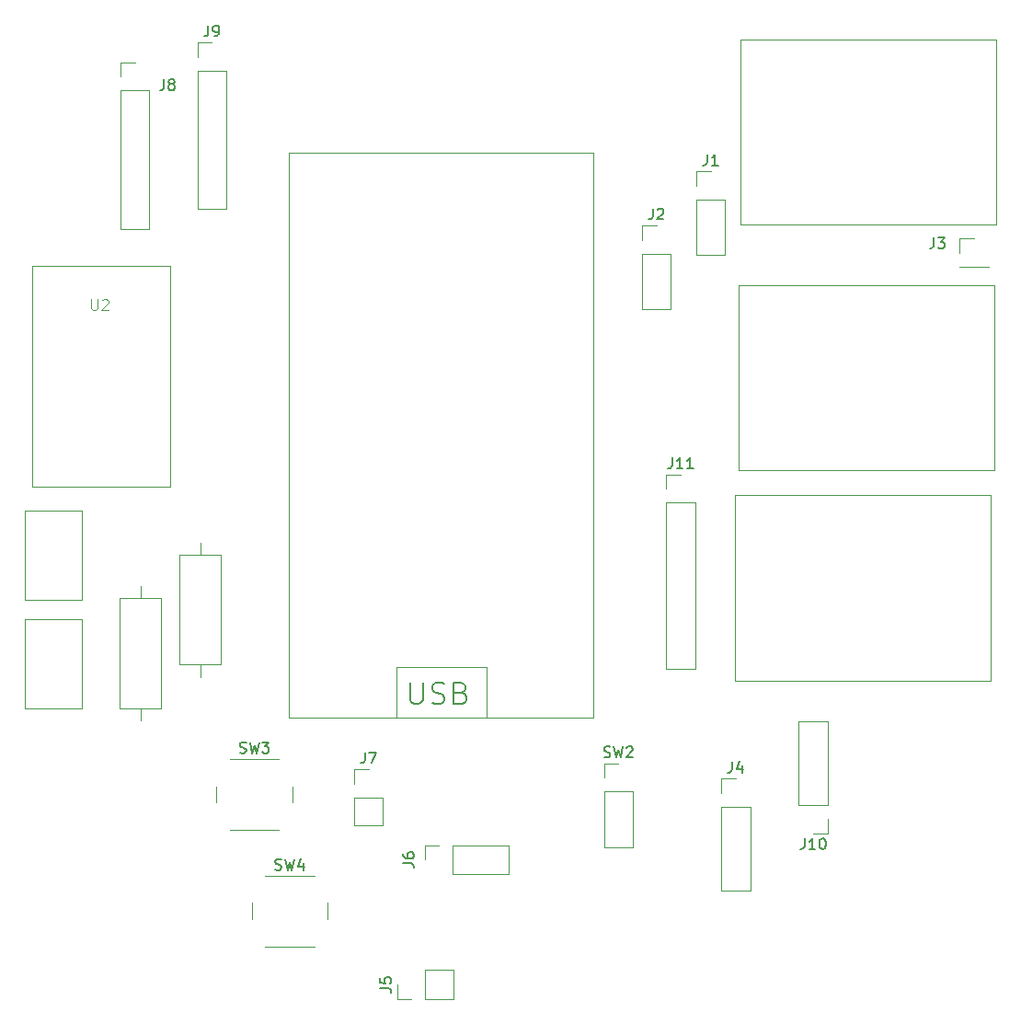
<source format=gbr>
%TF.GenerationSoftware,KiCad,Pcbnew,8.0.6*%
%TF.CreationDate,2024-12-24T16:40:45+01:00*%
%TF.ProjectId,Pcb pami 2025,50636220-7061-46d6-9920-323032352e6b,rev?*%
%TF.SameCoordinates,Original*%
%TF.FileFunction,Legend,Top*%
%TF.FilePolarity,Positive*%
%FSLAX46Y46*%
G04 Gerber Fmt 4.6, Leading zero omitted, Abs format (unit mm)*
G04 Created by KiCad (PCBNEW 8.0.6) date 2024-12-24 16:40:45*
%MOMM*%
%LPD*%
G01*
G04 APERTURE LIST*
%ADD10C,0.150000*%
%ADD11C,0.100000*%
%ADD12C,0.200000*%
%ADD13C,0.120000*%
G04 APERTURE END LIST*
D10*
X124930476Y-60504819D02*
X124930476Y-61219104D01*
X124930476Y-61219104D02*
X124882857Y-61361961D01*
X124882857Y-61361961D02*
X124787619Y-61457200D01*
X124787619Y-61457200D02*
X124644762Y-61504819D01*
X124644762Y-61504819D02*
X124549524Y-61504819D01*
X125930476Y-61504819D02*
X125359048Y-61504819D01*
X125644762Y-61504819D02*
X125644762Y-60504819D01*
X125644762Y-60504819D02*
X125549524Y-60647676D01*
X125549524Y-60647676D02*
X125454286Y-60742914D01*
X125454286Y-60742914D02*
X125359048Y-60790533D01*
X126882857Y-61504819D02*
X126311429Y-61504819D01*
X126597143Y-61504819D02*
X126597143Y-60504819D01*
X126597143Y-60504819D02*
X126501905Y-60647676D01*
X126501905Y-60647676D02*
X126406667Y-60742914D01*
X126406667Y-60742914D02*
X126311429Y-60790533D01*
X137130476Y-95544819D02*
X137130476Y-96259104D01*
X137130476Y-96259104D02*
X137082857Y-96401961D01*
X137082857Y-96401961D02*
X136987619Y-96497200D01*
X136987619Y-96497200D02*
X136844762Y-96544819D01*
X136844762Y-96544819D02*
X136749524Y-96544819D01*
X138130476Y-96544819D02*
X137559048Y-96544819D01*
X137844762Y-96544819D02*
X137844762Y-95544819D01*
X137844762Y-95544819D02*
X137749524Y-95687676D01*
X137749524Y-95687676D02*
X137654286Y-95782914D01*
X137654286Y-95782914D02*
X137559048Y-95830533D01*
X138749524Y-95544819D02*
X138844762Y-95544819D01*
X138844762Y-95544819D02*
X138940000Y-95592438D01*
X138940000Y-95592438D02*
X138987619Y-95640057D01*
X138987619Y-95640057D02*
X139035238Y-95735295D01*
X139035238Y-95735295D02*
X139082857Y-95925771D01*
X139082857Y-95925771D02*
X139082857Y-96163866D01*
X139082857Y-96163866D02*
X139035238Y-96354342D01*
X139035238Y-96354342D02*
X138987619Y-96449580D01*
X138987619Y-96449580D02*
X138940000Y-96497200D01*
X138940000Y-96497200D02*
X138844762Y-96544819D01*
X138844762Y-96544819D02*
X138749524Y-96544819D01*
X138749524Y-96544819D02*
X138654286Y-96497200D01*
X138654286Y-96497200D02*
X138606667Y-96449580D01*
X138606667Y-96449580D02*
X138559048Y-96354342D01*
X138559048Y-96354342D02*
X138511429Y-96163866D01*
X138511429Y-96163866D02*
X138511429Y-95925771D01*
X138511429Y-95925771D02*
X138559048Y-95735295D01*
X138559048Y-95735295D02*
X138606667Y-95640057D01*
X138606667Y-95640057D02*
X138654286Y-95592438D01*
X138654286Y-95592438D02*
X138749524Y-95544819D01*
X130466666Y-88504819D02*
X130466666Y-89219104D01*
X130466666Y-89219104D02*
X130419047Y-89361961D01*
X130419047Y-89361961D02*
X130323809Y-89457200D01*
X130323809Y-89457200D02*
X130180952Y-89504819D01*
X130180952Y-89504819D02*
X130085714Y-89504819D01*
X131371428Y-88838152D02*
X131371428Y-89504819D01*
X131133333Y-88457200D02*
X130895238Y-89171485D01*
X130895238Y-89171485D02*
X131514285Y-89171485D01*
X149026666Y-40244819D02*
X149026666Y-40959104D01*
X149026666Y-40959104D02*
X148979047Y-41101961D01*
X148979047Y-41101961D02*
X148883809Y-41197200D01*
X148883809Y-41197200D02*
X148740952Y-41244819D01*
X148740952Y-41244819D02*
X148645714Y-41244819D01*
X149407619Y-40244819D02*
X150026666Y-40244819D01*
X150026666Y-40244819D02*
X149693333Y-40625771D01*
X149693333Y-40625771D02*
X149836190Y-40625771D01*
X149836190Y-40625771D02*
X149931428Y-40673390D01*
X149931428Y-40673390D02*
X149979047Y-40721009D01*
X149979047Y-40721009D02*
X150026666Y-40816247D01*
X150026666Y-40816247D02*
X150026666Y-41054342D01*
X150026666Y-41054342D02*
X149979047Y-41149580D01*
X149979047Y-41149580D02*
X149931428Y-41197200D01*
X149931428Y-41197200D02*
X149836190Y-41244819D01*
X149836190Y-41244819D02*
X149550476Y-41244819D01*
X149550476Y-41244819D02*
X149455238Y-41197200D01*
X149455238Y-41197200D02*
X149407619Y-41149580D01*
D11*
X71478095Y-45927419D02*
X71478095Y-46736942D01*
X71478095Y-46736942D02*
X71525714Y-46832180D01*
X71525714Y-46832180D02*
X71573333Y-46879800D01*
X71573333Y-46879800D02*
X71668571Y-46927419D01*
X71668571Y-46927419D02*
X71859047Y-46927419D01*
X71859047Y-46927419D02*
X71954285Y-46879800D01*
X71954285Y-46879800D02*
X72001904Y-46832180D01*
X72001904Y-46832180D02*
X72049523Y-46736942D01*
X72049523Y-46736942D02*
X72049523Y-45927419D01*
X72478095Y-46022657D02*
X72525714Y-45975038D01*
X72525714Y-45975038D02*
X72620952Y-45927419D01*
X72620952Y-45927419D02*
X72859047Y-45927419D01*
X72859047Y-45927419D02*
X72954285Y-45975038D01*
X72954285Y-45975038D02*
X73001904Y-46022657D01*
X73001904Y-46022657D02*
X73049523Y-46117895D01*
X73049523Y-46117895D02*
X73049523Y-46213133D01*
X73049523Y-46213133D02*
X73001904Y-46355990D01*
X73001904Y-46355990D02*
X72430476Y-46927419D01*
X72430476Y-46927419D02*
X73049523Y-46927419D01*
D10*
X88416667Y-98407200D02*
X88559524Y-98454819D01*
X88559524Y-98454819D02*
X88797619Y-98454819D01*
X88797619Y-98454819D02*
X88892857Y-98407200D01*
X88892857Y-98407200D02*
X88940476Y-98359580D01*
X88940476Y-98359580D02*
X88988095Y-98264342D01*
X88988095Y-98264342D02*
X88988095Y-98169104D01*
X88988095Y-98169104D02*
X88940476Y-98073866D01*
X88940476Y-98073866D02*
X88892857Y-98026247D01*
X88892857Y-98026247D02*
X88797619Y-97978628D01*
X88797619Y-97978628D02*
X88607143Y-97931009D01*
X88607143Y-97931009D02*
X88511905Y-97883390D01*
X88511905Y-97883390D02*
X88464286Y-97835771D01*
X88464286Y-97835771D02*
X88416667Y-97740533D01*
X88416667Y-97740533D02*
X88416667Y-97645295D01*
X88416667Y-97645295D02*
X88464286Y-97550057D01*
X88464286Y-97550057D02*
X88511905Y-97502438D01*
X88511905Y-97502438D02*
X88607143Y-97454819D01*
X88607143Y-97454819D02*
X88845238Y-97454819D01*
X88845238Y-97454819D02*
X88988095Y-97502438D01*
X89321429Y-97454819D02*
X89559524Y-98454819D01*
X89559524Y-98454819D02*
X89750000Y-97740533D01*
X89750000Y-97740533D02*
X89940476Y-98454819D01*
X89940476Y-98454819D02*
X90178572Y-97454819D01*
X90988095Y-97788152D02*
X90988095Y-98454819D01*
X90750000Y-97407200D02*
X90511905Y-98121485D01*
X90511905Y-98121485D02*
X91130952Y-98121485D01*
X85166667Y-87657200D02*
X85309524Y-87704819D01*
X85309524Y-87704819D02*
X85547619Y-87704819D01*
X85547619Y-87704819D02*
X85642857Y-87657200D01*
X85642857Y-87657200D02*
X85690476Y-87609580D01*
X85690476Y-87609580D02*
X85738095Y-87514342D01*
X85738095Y-87514342D02*
X85738095Y-87419104D01*
X85738095Y-87419104D02*
X85690476Y-87323866D01*
X85690476Y-87323866D02*
X85642857Y-87276247D01*
X85642857Y-87276247D02*
X85547619Y-87228628D01*
X85547619Y-87228628D02*
X85357143Y-87181009D01*
X85357143Y-87181009D02*
X85261905Y-87133390D01*
X85261905Y-87133390D02*
X85214286Y-87085771D01*
X85214286Y-87085771D02*
X85166667Y-86990533D01*
X85166667Y-86990533D02*
X85166667Y-86895295D01*
X85166667Y-86895295D02*
X85214286Y-86800057D01*
X85214286Y-86800057D02*
X85261905Y-86752438D01*
X85261905Y-86752438D02*
X85357143Y-86704819D01*
X85357143Y-86704819D02*
X85595238Y-86704819D01*
X85595238Y-86704819D02*
X85738095Y-86752438D01*
X86071429Y-86704819D02*
X86309524Y-87704819D01*
X86309524Y-87704819D02*
X86500000Y-86990533D01*
X86500000Y-86990533D02*
X86690476Y-87704819D01*
X86690476Y-87704819D02*
X86928572Y-86704819D01*
X87214286Y-86704819D02*
X87833333Y-86704819D01*
X87833333Y-86704819D02*
X87500000Y-87085771D01*
X87500000Y-87085771D02*
X87642857Y-87085771D01*
X87642857Y-87085771D02*
X87738095Y-87133390D01*
X87738095Y-87133390D02*
X87785714Y-87181009D01*
X87785714Y-87181009D02*
X87833333Y-87276247D01*
X87833333Y-87276247D02*
X87833333Y-87514342D01*
X87833333Y-87514342D02*
X87785714Y-87609580D01*
X87785714Y-87609580D02*
X87738095Y-87657200D01*
X87738095Y-87657200D02*
X87642857Y-87704819D01*
X87642857Y-87704819D02*
X87357143Y-87704819D01*
X87357143Y-87704819D02*
X87261905Y-87657200D01*
X87261905Y-87657200D02*
X87214286Y-87609580D01*
X118666667Y-88052200D02*
X118809524Y-88099819D01*
X118809524Y-88099819D02*
X119047619Y-88099819D01*
X119047619Y-88099819D02*
X119142857Y-88052200D01*
X119142857Y-88052200D02*
X119190476Y-88004580D01*
X119190476Y-88004580D02*
X119238095Y-87909342D01*
X119238095Y-87909342D02*
X119238095Y-87814104D01*
X119238095Y-87814104D02*
X119190476Y-87718866D01*
X119190476Y-87718866D02*
X119142857Y-87671247D01*
X119142857Y-87671247D02*
X119047619Y-87623628D01*
X119047619Y-87623628D02*
X118857143Y-87576009D01*
X118857143Y-87576009D02*
X118761905Y-87528390D01*
X118761905Y-87528390D02*
X118714286Y-87480771D01*
X118714286Y-87480771D02*
X118666667Y-87385533D01*
X118666667Y-87385533D02*
X118666667Y-87290295D01*
X118666667Y-87290295D02*
X118714286Y-87195057D01*
X118714286Y-87195057D02*
X118761905Y-87147438D01*
X118761905Y-87147438D02*
X118857143Y-87099819D01*
X118857143Y-87099819D02*
X119095238Y-87099819D01*
X119095238Y-87099819D02*
X119238095Y-87147438D01*
X119571429Y-87099819D02*
X119809524Y-88099819D01*
X119809524Y-88099819D02*
X120000000Y-87385533D01*
X120000000Y-87385533D02*
X120190476Y-88099819D01*
X120190476Y-88099819D02*
X120428572Y-87099819D01*
X120761905Y-87195057D02*
X120809524Y-87147438D01*
X120809524Y-87147438D02*
X120904762Y-87099819D01*
X120904762Y-87099819D02*
X121142857Y-87099819D01*
X121142857Y-87099819D02*
X121238095Y-87147438D01*
X121238095Y-87147438D02*
X121285714Y-87195057D01*
X121285714Y-87195057D02*
X121333333Y-87290295D01*
X121333333Y-87290295D02*
X121333333Y-87385533D01*
X121333333Y-87385533D02*
X121285714Y-87528390D01*
X121285714Y-87528390D02*
X120714286Y-88099819D01*
X120714286Y-88099819D02*
X121333333Y-88099819D01*
X78166666Y-25704819D02*
X78166666Y-26419104D01*
X78166666Y-26419104D02*
X78119047Y-26561961D01*
X78119047Y-26561961D02*
X78023809Y-26657200D01*
X78023809Y-26657200D02*
X77880952Y-26704819D01*
X77880952Y-26704819D02*
X77785714Y-26704819D01*
X78785714Y-26133390D02*
X78690476Y-26085771D01*
X78690476Y-26085771D02*
X78642857Y-26038152D01*
X78642857Y-26038152D02*
X78595238Y-25942914D01*
X78595238Y-25942914D02*
X78595238Y-25895295D01*
X78595238Y-25895295D02*
X78642857Y-25800057D01*
X78642857Y-25800057D02*
X78690476Y-25752438D01*
X78690476Y-25752438D02*
X78785714Y-25704819D01*
X78785714Y-25704819D02*
X78976190Y-25704819D01*
X78976190Y-25704819D02*
X79071428Y-25752438D01*
X79071428Y-25752438D02*
X79119047Y-25800057D01*
X79119047Y-25800057D02*
X79166666Y-25895295D01*
X79166666Y-25895295D02*
X79166666Y-25942914D01*
X79166666Y-25942914D02*
X79119047Y-26038152D01*
X79119047Y-26038152D02*
X79071428Y-26085771D01*
X79071428Y-26085771D02*
X78976190Y-26133390D01*
X78976190Y-26133390D02*
X78785714Y-26133390D01*
X78785714Y-26133390D02*
X78690476Y-26181009D01*
X78690476Y-26181009D02*
X78642857Y-26228628D01*
X78642857Y-26228628D02*
X78595238Y-26323866D01*
X78595238Y-26323866D02*
X78595238Y-26514342D01*
X78595238Y-26514342D02*
X78642857Y-26609580D01*
X78642857Y-26609580D02*
X78690476Y-26657200D01*
X78690476Y-26657200D02*
X78785714Y-26704819D01*
X78785714Y-26704819D02*
X78976190Y-26704819D01*
X78976190Y-26704819D02*
X79071428Y-26657200D01*
X79071428Y-26657200D02*
X79119047Y-26609580D01*
X79119047Y-26609580D02*
X79166666Y-26514342D01*
X79166666Y-26514342D02*
X79166666Y-26323866D01*
X79166666Y-26323866D02*
X79119047Y-26228628D01*
X79119047Y-26228628D02*
X79071428Y-26181009D01*
X79071428Y-26181009D02*
X78976190Y-26133390D01*
X96666666Y-87624819D02*
X96666666Y-88339104D01*
X96666666Y-88339104D02*
X96619047Y-88481961D01*
X96619047Y-88481961D02*
X96523809Y-88577200D01*
X96523809Y-88577200D02*
X96380952Y-88624819D01*
X96380952Y-88624819D02*
X96285714Y-88624819D01*
X97047619Y-87624819D02*
X97714285Y-87624819D01*
X97714285Y-87624819D02*
X97285714Y-88624819D01*
X100184819Y-97833333D02*
X100899104Y-97833333D01*
X100899104Y-97833333D02*
X101041961Y-97880952D01*
X101041961Y-97880952D02*
X101137200Y-97976190D01*
X101137200Y-97976190D02*
X101184819Y-98119047D01*
X101184819Y-98119047D02*
X101184819Y-98214285D01*
X100184819Y-96928571D02*
X100184819Y-97119047D01*
X100184819Y-97119047D02*
X100232438Y-97214285D01*
X100232438Y-97214285D02*
X100280057Y-97261904D01*
X100280057Y-97261904D02*
X100422914Y-97357142D01*
X100422914Y-97357142D02*
X100613390Y-97404761D01*
X100613390Y-97404761D02*
X100994342Y-97404761D01*
X100994342Y-97404761D02*
X101089580Y-97357142D01*
X101089580Y-97357142D02*
X101137200Y-97309523D01*
X101137200Y-97309523D02*
X101184819Y-97214285D01*
X101184819Y-97214285D02*
X101184819Y-97023809D01*
X101184819Y-97023809D02*
X101137200Y-96928571D01*
X101137200Y-96928571D02*
X101089580Y-96880952D01*
X101089580Y-96880952D02*
X100994342Y-96833333D01*
X100994342Y-96833333D02*
X100756247Y-96833333D01*
X100756247Y-96833333D02*
X100661009Y-96880952D01*
X100661009Y-96880952D02*
X100613390Y-96928571D01*
X100613390Y-96928571D02*
X100565771Y-97023809D01*
X100565771Y-97023809D02*
X100565771Y-97214285D01*
X100565771Y-97214285D02*
X100613390Y-97309523D01*
X100613390Y-97309523D02*
X100661009Y-97357142D01*
X100661009Y-97357142D02*
X100756247Y-97404761D01*
X98084819Y-109333333D02*
X98799104Y-109333333D01*
X98799104Y-109333333D02*
X98941961Y-109380952D01*
X98941961Y-109380952D02*
X99037200Y-109476190D01*
X99037200Y-109476190D02*
X99084819Y-109619047D01*
X99084819Y-109619047D02*
X99084819Y-109714285D01*
X98084819Y-108380952D02*
X98084819Y-108857142D01*
X98084819Y-108857142D02*
X98561009Y-108904761D01*
X98561009Y-108904761D02*
X98513390Y-108857142D01*
X98513390Y-108857142D02*
X98465771Y-108761904D01*
X98465771Y-108761904D02*
X98465771Y-108523809D01*
X98465771Y-108523809D02*
X98513390Y-108428571D01*
X98513390Y-108428571D02*
X98561009Y-108380952D01*
X98561009Y-108380952D02*
X98656247Y-108333333D01*
X98656247Y-108333333D02*
X98894342Y-108333333D01*
X98894342Y-108333333D02*
X98989580Y-108380952D01*
X98989580Y-108380952D02*
X99037200Y-108428571D01*
X99037200Y-108428571D02*
X99084819Y-108523809D01*
X99084819Y-108523809D02*
X99084819Y-108761904D01*
X99084819Y-108761904D02*
X99037200Y-108857142D01*
X99037200Y-108857142D02*
X98989580Y-108904761D01*
X123166666Y-37584819D02*
X123166666Y-38299104D01*
X123166666Y-38299104D02*
X123119047Y-38441961D01*
X123119047Y-38441961D02*
X123023809Y-38537200D01*
X123023809Y-38537200D02*
X122880952Y-38584819D01*
X122880952Y-38584819D02*
X122785714Y-38584819D01*
X123595238Y-37680057D02*
X123642857Y-37632438D01*
X123642857Y-37632438D02*
X123738095Y-37584819D01*
X123738095Y-37584819D02*
X123976190Y-37584819D01*
X123976190Y-37584819D02*
X124071428Y-37632438D01*
X124071428Y-37632438D02*
X124119047Y-37680057D01*
X124119047Y-37680057D02*
X124166666Y-37775295D01*
X124166666Y-37775295D02*
X124166666Y-37870533D01*
X124166666Y-37870533D02*
X124119047Y-38013390D01*
X124119047Y-38013390D02*
X123547619Y-38584819D01*
X123547619Y-38584819D02*
X124166666Y-38584819D01*
X128166666Y-32599819D02*
X128166666Y-33314104D01*
X128166666Y-33314104D02*
X128119047Y-33456961D01*
X128119047Y-33456961D02*
X128023809Y-33552200D01*
X128023809Y-33552200D02*
X127880952Y-33599819D01*
X127880952Y-33599819D02*
X127785714Y-33599819D01*
X129166666Y-33599819D02*
X128595238Y-33599819D01*
X128880952Y-33599819D02*
X128880952Y-32599819D01*
X128880952Y-32599819D02*
X128785714Y-32742676D01*
X128785714Y-32742676D02*
X128690476Y-32837914D01*
X128690476Y-32837914D02*
X128595238Y-32885533D01*
X82246666Y-20734819D02*
X82246666Y-21449104D01*
X82246666Y-21449104D02*
X82199047Y-21591961D01*
X82199047Y-21591961D02*
X82103809Y-21687200D01*
X82103809Y-21687200D02*
X81960952Y-21734819D01*
X81960952Y-21734819D02*
X81865714Y-21734819D01*
X82770476Y-21734819D02*
X82960952Y-21734819D01*
X82960952Y-21734819D02*
X83056190Y-21687200D01*
X83056190Y-21687200D02*
X83103809Y-21639580D01*
X83103809Y-21639580D02*
X83199047Y-21496723D01*
X83199047Y-21496723D02*
X83246666Y-21306247D01*
X83246666Y-21306247D02*
X83246666Y-20925295D01*
X83246666Y-20925295D02*
X83199047Y-20830057D01*
X83199047Y-20830057D02*
X83151428Y-20782438D01*
X83151428Y-20782438D02*
X83056190Y-20734819D01*
X83056190Y-20734819D02*
X82865714Y-20734819D01*
X82865714Y-20734819D02*
X82770476Y-20782438D01*
X82770476Y-20782438D02*
X82722857Y-20830057D01*
X82722857Y-20830057D02*
X82675238Y-20925295D01*
X82675238Y-20925295D02*
X82675238Y-21163390D01*
X82675238Y-21163390D02*
X82722857Y-21258628D01*
X82722857Y-21258628D02*
X82770476Y-21306247D01*
X82770476Y-21306247D02*
X82865714Y-21353866D01*
X82865714Y-21353866D02*
X83056190Y-21353866D01*
X83056190Y-21353866D02*
X83151428Y-21306247D01*
X83151428Y-21306247D02*
X83199047Y-21258628D01*
X83199047Y-21258628D02*
X83246666Y-21163390D01*
D12*
X100851768Y-81201838D02*
X100851768Y-82820885D01*
X100851768Y-82820885D02*
X100947006Y-83011361D01*
X100947006Y-83011361D02*
X101042244Y-83106600D01*
X101042244Y-83106600D02*
X101232720Y-83201838D01*
X101232720Y-83201838D02*
X101613673Y-83201838D01*
X101613673Y-83201838D02*
X101804149Y-83106600D01*
X101804149Y-83106600D02*
X101899387Y-83011361D01*
X101899387Y-83011361D02*
X101994625Y-82820885D01*
X101994625Y-82820885D02*
X101994625Y-81201838D01*
X102851768Y-83106600D02*
X103137482Y-83201838D01*
X103137482Y-83201838D02*
X103613673Y-83201838D01*
X103613673Y-83201838D02*
X103804149Y-83106600D01*
X103804149Y-83106600D02*
X103899387Y-83011361D01*
X103899387Y-83011361D02*
X103994625Y-82820885D01*
X103994625Y-82820885D02*
X103994625Y-82630409D01*
X103994625Y-82630409D02*
X103899387Y-82439933D01*
X103899387Y-82439933D02*
X103804149Y-82344695D01*
X103804149Y-82344695D02*
X103613673Y-82249457D01*
X103613673Y-82249457D02*
X103232720Y-82154219D01*
X103232720Y-82154219D02*
X103042244Y-82058980D01*
X103042244Y-82058980D02*
X102947006Y-81963742D01*
X102947006Y-81963742D02*
X102851768Y-81773266D01*
X102851768Y-81773266D02*
X102851768Y-81582790D01*
X102851768Y-81582790D02*
X102947006Y-81392314D01*
X102947006Y-81392314D02*
X103042244Y-81297076D01*
X103042244Y-81297076D02*
X103232720Y-81201838D01*
X103232720Y-81201838D02*
X103708911Y-81201838D01*
X103708911Y-81201838D02*
X103994625Y-81297076D01*
X105518435Y-82154219D02*
X105804149Y-82249457D01*
X105804149Y-82249457D02*
X105899387Y-82344695D01*
X105899387Y-82344695D02*
X105994625Y-82535171D01*
X105994625Y-82535171D02*
X105994625Y-82820885D01*
X105994625Y-82820885D02*
X105899387Y-83011361D01*
X105899387Y-83011361D02*
X105804149Y-83106600D01*
X105804149Y-83106600D02*
X105613673Y-83201838D01*
X105613673Y-83201838D02*
X104851768Y-83201838D01*
X104851768Y-83201838D02*
X104851768Y-81201838D01*
X104851768Y-81201838D02*
X105518435Y-81201838D01*
X105518435Y-81201838D02*
X105708911Y-81297076D01*
X105708911Y-81297076D02*
X105804149Y-81392314D01*
X105804149Y-81392314D02*
X105899387Y-81582790D01*
X105899387Y-81582790D02*
X105899387Y-81773266D01*
X105899387Y-81773266D02*
X105804149Y-81963742D01*
X105804149Y-81963742D02*
X105708911Y-82058980D01*
X105708911Y-82058980D02*
X105518435Y-82154219D01*
X105518435Y-82154219D02*
X104851768Y-82154219D01*
D13*
%TO.C,J11*%
X124410000Y-62050000D02*
X125740000Y-62050000D01*
X124410000Y-63380000D02*
X124410000Y-62050000D01*
X124410000Y-64650000D02*
X124410000Y-79950000D01*
X124410000Y-64650000D02*
X127070000Y-64650000D01*
X124410000Y-79950000D02*
X127070000Y-79950000D01*
X127070000Y-64650000D02*
X127070000Y-79950000D01*
%TO.C,J10*%
X139270000Y-95090000D02*
X137940000Y-95090000D01*
X139270000Y-93760000D02*
X139270000Y-95090000D01*
X139270000Y-92490000D02*
X139270000Y-84810000D01*
X139270000Y-92490000D02*
X136610000Y-92490000D01*
X139270000Y-84810000D02*
X136610000Y-84810000D01*
X136610000Y-92490000D02*
X136610000Y-84810000D01*
%TO.C,J4*%
X129470000Y-90050000D02*
X130800000Y-90050000D01*
X129470000Y-91380000D02*
X129470000Y-90050000D01*
X129470000Y-92650000D02*
X129470000Y-100330000D01*
X129470000Y-92650000D02*
X132130000Y-92650000D01*
X129470000Y-100330000D02*
X132130000Y-100330000D01*
X132130000Y-92650000D02*
X132130000Y-100330000D01*
%TO.C,J3*%
X151400000Y-40330000D02*
X152730000Y-40330000D01*
X151400000Y-41660000D02*
X151400000Y-40330000D01*
X151400000Y-42930000D02*
X151400000Y-42990000D01*
X151400000Y-42930000D02*
X154060000Y-42930000D01*
X151400000Y-42990000D02*
X154060000Y-42990000D01*
X154060000Y-42930000D02*
X154060000Y-42990000D01*
%TO.C,U2*%
D11*
X66060000Y-42840000D02*
X78760000Y-42840000D01*
X78760000Y-63160000D01*
X66060000Y-63160000D01*
X66060000Y-42840000D01*
D13*
%TO.C,SW4*%
X86250000Y-101500000D02*
X86250000Y-103000000D01*
X87500000Y-105500000D02*
X92000000Y-105500000D01*
X92000000Y-99000000D02*
X87500000Y-99000000D01*
X93250000Y-103000000D02*
X93250000Y-101500000D01*
%TO.C,SW3*%
X83000000Y-90750000D02*
X83000000Y-92250000D01*
X84250000Y-94750000D02*
X88750000Y-94750000D01*
X88750000Y-88250000D02*
X84250000Y-88250000D01*
X90000000Y-92250000D02*
X90000000Y-90750000D01*
%TO.C,SW2*%
X118670000Y-88645000D02*
X120000000Y-88645000D01*
X118670000Y-89975000D02*
X118670000Y-88645000D01*
X118670000Y-91245000D02*
X118670000Y-96385000D01*
X118670000Y-91245000D02*
X121330000Y-91245000D01*
X118670000Y-96385000D02*
X121330000Y-96385000D01*
X121330000Y-91245000D02*
X121330000Y-96385000D01*
%TO.C,R6*%
X76000000Y-72320000D02*
X76000000Y-73430000D01*
X77920000Y-73430000D02*
X74080000Y-73430000D01*
X74080000Y-73430000D02*
X74080000Y-83570000D01*
X77920000Y-83570000D02*
X77920000Y-73430000D01*
X74080000Y-83570000D02*
X77920000Y-83570000D01*
X76000000Y-84680000D02*
X76000000Y-83570000D01*
%TO.C,R5*%
X81500000Y-80680000D02*
X81500000Y-79570000D01*
X79580000Y-79570000D02*
X83420000Y-79570000D01*
X83420000Y-79570000D02*
X83420000Y-69430000D01*
X79580000Y-69430000D02*
X79580000Y-79570000D01*
X83420000Y-69430000D02*
X79580000Y-69430000D01*
X81500000Y-68320000D02*
X81500000Y-69430000D01*
%TO.C,MP1584EN2*%
D11*
X154250000Y-81015000D02*
X130710000Y-81015000D01*
X130710000Y-63985000D01*
X154250000Y-63985000D01*
X154250000Y-81015000D01*
%TO.C,MP1584EN1*%
X131090000Y-44645000D02*
X154630000Y-44645000D01*
X154630000Y-61675000D01*
X131090000Y-61675000D01*
X131090000Y-44645000D01*
%TO.C,MP1584*%
X154790000Y-39035000D02*
X131250000Y-39035000D01*
X131250000Y-22005000D01*
X154790000Y-22005000D01*
X154790000Y-39035000D01*
D13*
%TO.C,J8*%
X74170000Y-24130000D02*
X75500000Y-24130000D01*
X74170000Y-25460000D02*
X74170000Y-24130000D01*
X74170000Y-26730000D02*
X74170000Y-39490000D01*
X74170000Y-26730000D02*
X76830000Y-26730000D01*
X74170000Y-39490000D02*
X76830000Y-39490000D01*
X76830000Y-26730000D02*
X76830000Y-39490000D01*
%TO.C,J7*%
X95670000Y-89170000D02*
X97000000Y-89170000D01*
X95670000Y-90500000D02*
X95670000Y-89170000D01*
X95670000Y-91770000D02*
X95670000Y-94370000D01*
X95670000Y-91770000D02*
X98330000Y-91770000D01*
X95670000Y-94370000D02*
X98330000Y-94370000D01*
X98330000Y-91770000D02*
X98330000Y-94370000D01*
%TO.C,J6*%
X104770000Y-98830000D02*
X109910000Y-98830000D01*
X104770000Y-98830000D02*
X104770000Y-96170000D01*
X109910000Y-98830000D02*
X109910000Y-96170000D01*
X102170000Y-97500000D02*
X102170000Y-96170000D01*
X102170000Y-96170000D02*
X103500000Y-96170000D01*
X104770000Y-96170000D02*
X109910000Y-96170000D01*
%TO.C,J5*%
X99630000Y-110330000D02*
X99630000Y-109000000D01*
X100960000Y-110330000D02*
X99630000Y-110330000D01*
X102230000Y-110330000D02*
X104830000Y-110330000D01*
X102230000Y-110330000D02*
X102230000Y-107670000D01*
X104830000Y-110330000D02*
X104830000Y-107670000D01*
X102230000Y-107670000D02*
X104830000Y-107670000D01*
%TO.C,J2*%
X122170000Y-39130000D02*
X123500000Y-39130000D01*
X122170000Y-40460000D02*
X122170000Y-39130000D01*
X122170000Y-41730000D02*
X122170000Y-46870000D01*
X122170000Y-41730000D02*
X124830000Y-41730000D01*
X122170000Y-46870000D02*
X124830000Y-46870000D01*
X124830000Y-41730000D02*
X124830000Y-46870000D01*
%TO.C,J1*%
X129830000Y-36745000D02*
X129830000Y-41885000D01*
X127170000Y-41885000D02*
X129830000Y-41885000D01*
X127170000Y-36745000D02*
X129830000Y-36745000D01*
X127170000Y-36745000D02*
X127170000Y-41885000D01*
X127170000Y-35475000D02*
X127170000Y-34145000D01*
X127170000Y-34145000D02*
X128500000Y-34145000D01*
%TO.C,C7*%
X65380000Y-83620000D02*
X70620000Y-83620000D01*
X65380000Y-83620000D02*
X65380000Y-75380000D01*
X70620000Y-83620000D02*
X70620000Y-75380000D01*
X65380000Y-75380000D02*
X70620000Y-75380000D01*
%TO.C,C6*%
X70620000Y-65380000D02*
X65380000Y-65380000D01*
X70620000Y-65380000D02*
X70620000Y-73620000D01*
X65380000Y-65380000D02*
X65380000Y-73620000D01*
X70620000Y-73620000D02*
X65380000Y-73620000D01*
%TO.C,J9*%
X81250000Y-22280000D02*
X82580000Y-22280000D01*
X81250000Y-23610000D02*
X81250000Y-22280000D01*
X81250000Y-24880000D02*
X81250000Y-37640000D01*
X81250000Y-24880000D02*
X83910000Y-24880000D01*
X81250000Y-37640000D02*
X83910000Y-37640000D01*
X83910000Y-24880000D02*
X83910000Y-37640000D01*
D11*
%TO.C,U1*%
X89703000Y-32453800D02*
X117703000Y-32453800D01*
X89703000Y-84453800D02*
X89703000Y-32453800D01*
X117703000Y-32453800D02*
X117703000Y-84453800D01*
X117703000Y-84453800D02*
X89703000Y-84453800D01*
X89703000Y-32453800D02*
X117703000Y-32453800D01*
X117703000Y-84453800D01*
X89703000Y-84453800D01*
X89703000Y-32453800D01*
X99575500Y-79754800D02*
X107830500Y-79754800D01*
X107830500Y-84453800D01*
X99575500Y-84453800D01*
X99575500Y-79754800D01*
%TD*%
M02*

</source>
